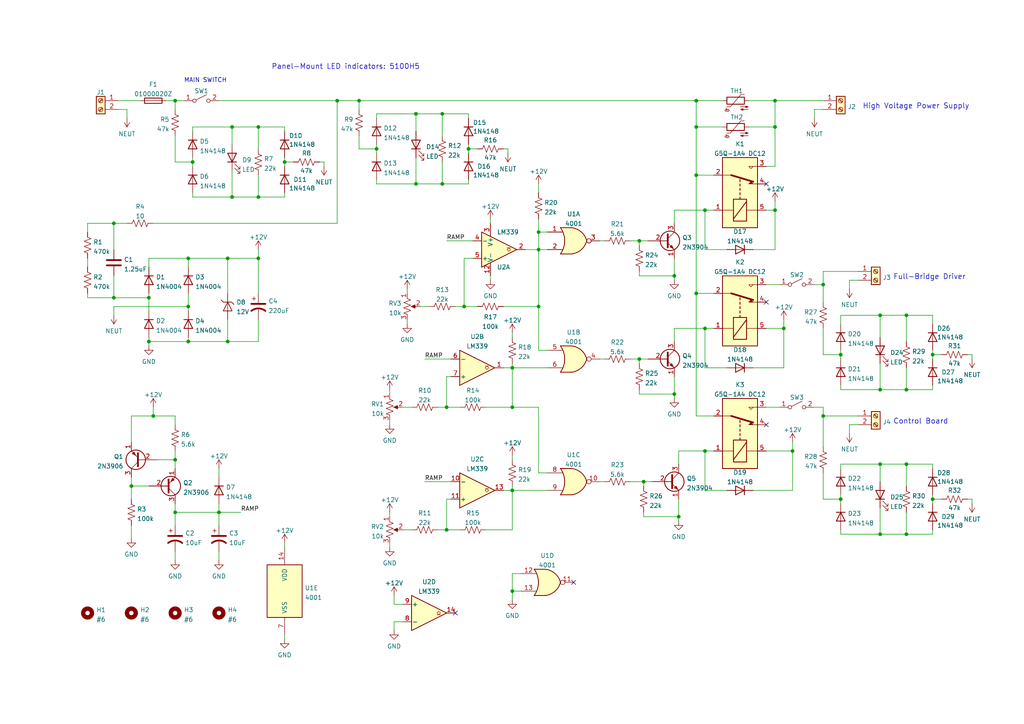
<source format=kicad_sch>
(kicad_sch (version 20211123) (generator eeschema)
  (paper "A4")
  (junction (at 129.54 153.67))
  (junction (at 43.18 86.36))
  (junction (at 148.59 171.45))
  (junction (at 262.89 154.94))
  (junction (at 204.47 95.25))
  (junction (at 262.89 113.03))
  (junction (at 238.76 120.65))
  (junction (at 97.79 29.21))
  (junction (at 67.31 36.83))
  (junction (at 201.93 29.21))
  (junction (at 262.89 134.62))
  (junction (at 195.58 114.3))
  (junction (at 54.61 99.06))
  (junction (at 195.58 80.01))
  (junction (at 148.59 106.68))
  (junction (at 44.45 120.65))
  (junction (at 185.42 69.85))
  (junction (at 196.85 149.86))
  (junction (at 224.79 29.21))
  (junction (at 38.1 140.97))
  (junction (at 238.76 82.55))
  (junction (at 201.93 50.8))
  (junction (at 55.88 46.99))
  (junction (at 255.27 134.62))
  (junction (at 74.93 36.83))
  (junction (at 243.84 102.87))
  (junction (at 54.61 74.93))
  (junction (at 43.18 99.06))
  (junction (at 129.54 118.11))
  (junction (at 156.21 67.31))
  (junction (at 224.79 36.83))
  (junction (at 50.8 29.21))
  (junction (at 120.65 53.34))
  (junction (at 270.51 144.78))
  (junction (at 128.27 53.34))
  (junction (at 66.04 99.06))
  (junction (at 63.5 148.59))
  (junction (at 186.69 139.7))
  (junction (at 185.42 104.14))
  (junction (at 74.93 57.15))
  (junction (at 204.47 60.96))
  (junction (at 255.27 154.94))
  (junction (at 156.21 72.39))
  (junction (at 104.14 29.21))
  (junction (at 255.27 113.03))
  (junction (at 204.47 130.81))
  (junction (at 33.02 64.77))
  (junction (at 33.02 86.36))
  (junction (at 67.31 57.15))
  (junction (at 82.55 46.99))
  (junction (at 148.59 142.24))
  (junction (at 224.79 60.96))
  (junction (at 50.8 133.35))
  (junction (at 148.59 118.11))
  (junction (at 227.33 95.25))
  (junction (at 270.51 102.87))
  (junction (at 135.89 43.18))
  (junction (at 255.27 91.44))
  (junction (at 156.21 88.9))
  (junction (at 243.84 144.78))
  (junction (at 50.8 148.59))
  (junction (at 229.87 130.81))
  (junction (at 120.65 33.02))
  (junction (at 74.93 74.93))
  (junction (at 201.93 85.09))
  (junction (at 201.93 36.83))
  (junction (at 54.61 88.9))
  (junction (at 134.62 88.9))
  (junction (at 128.27 33.02))
  (junction (at 66.04 74.93))
  (junction (at 109.22 43.18))
  (junction (at 262.89 91.44))
  (no_connect (at 222.25 123.19))
  (no_connect (at 222.25 53.34))
  (no_connect (at 222.25 87.63))
  (no_connect (at 132.08 177.8))
  (no_connect (at 166.37 168.91))
  (wire (pts (xy 207.01 85.09) (xy 201.93 85.09)))
  (wire (pts (xy 201.93 120.65) (xy 201.93 85.09)))
  (wire (pts (xy 270.51 102.87) (xy 273.05 102.87)))
  (wire (pts (xy 25.4 67.31) (xy 25.4 64.77)))
  (wire (pts (xy 50.8 133.35) (xy 50.8 135.89)))
  (wire (pts (xy 25.4 86.36) (xy 33.02 86.36)))
  (wire (pts (xy 120.65 53.34) (xy 120.65 45.72)))
  (wire (pts (xy 156.21 88.9) (xy 156.21 72.39)))
  (wire (pts (xy 43.18 97.79) (xy 43.18 99.06)))
  (wire (pts (xy 236.22 34.29) (xy 236.22 31.75)))
  (wire (pts (xy 158.75 67.31) (xy 156.21 67.31)))
  (wire (pts (xy 243.84 154.94) (xy 255.27 154.94)))
  (wire (pts (xy 224.79 58.42) (xy 224.79 60.96)))
  (wire (pts (xy 204.47 95.25) (xy 207.01 95.25)))
  (wire (pts (xy 270.51 102.87) (xy 270.51 104.14)))
  (wire (pts (xy 270.51 111.76) (xy 270.51 113.03)))
  (wire (pts (xy 116.84 180.34) (xy 114.3 180.34)))
  (wire (pts (xy 156.21 137.16) (xy 158.75 137.16)))
  (wire (pts (xy 120.65 53.34) (xy 128.27 53.34)))
  (wire (pts (xy 109.22 52.07) (xy 109.22 53.34)))
  (wire (pts (xy 148.59 166.37) (xy 148.59 171.45)))
  (wire (pts (xy 55.88 55.88) (xy 55.88 57.15)))
  (wire (pts (xy 156.21 72.39) (xy 158.75 72.39)))
  (wire (pts (xy 120.65 33.02) (xy 128.27 33.02)))
  (wire (pts (xy 67.31 36.83) (xy 67.31 41.91)))
  (wire (pts (xy 209.55 29.21) (xy 201.93 29.21)))
  (wire (pts (xy 63.5 148.59) (xy 69.85 148.59)))
  (wire (pts (xy 116.84 153.67) (xy 119.38 153.67)))
  (wire (pts (xy 128.27 33.02) (xy 135.89 33.02)))
  (wire (pts (xy 54.61 88.9) (xy 33.02 88.9)))
  (wire (pts (xy 128.27 53.34) (xy 135.89 53.34)))
  (wire (pts (xy 43.18 99.06) (xy 43.18 100.33)))
  (wire (pts (xy 243.84 134.62) (xy 255.27 134.62)))
  (wire (pts (xy 196.85 151.13) (xy 196.85 149.86)))
  (wire (pts (xy 238.76 78.74) (xy 248.92 78.74)))
  (wire (pts (xy 156.21 118.11) (xy 156.21 137.16)))
  (wire (pts (xy 243.84 111.76) (xy 243.84 113.03)))
  (wire (pts (xy 74.93 57.15) (xy 82.55 57.15)))
  (wire (pts (xy 175.26 69.85) (xy 173.99 69.85)))
  (wire (pts (xy 43.18 86.36) (xy 43.18 85.09)))
  (wire (pts (xy 262.89 148.59) (xy 262.89 154.94)))
  (wire (pts (xy 262.89 99.06) (xy 262.89 91.44)))
  (wire (pts (xy 255.27 134.62) (xy 262.89 134.62)))
  (wire (pts (xy 67.31 36.83) (xy 74.93 36.83)))
  (wire (pts (xy 33.02 86.36) (xy 33.02 80.01)))
  (wire (pts (xy 185.42 69.85) (xy 187.96 69.85)))
  (wire (pts (xy 185.42 78.74) (xy 185.42 80.01)))
  (wire (pts (xy 63.5 148.59) (xy 63.5 146.05)))
  (wire (pts (xy 66.04 92.71) (xy 66.04 99.06)))
  (wire (pts (xy 185.42 69.85) (xy 185.42 71.12)))
  (wire (pts (xy 210.82 72.39) (xy 204.47 72.39)))
  (wire (pts (xy 270.51 144.78) (xy 273.05 144.78)))
  (wire (pts (xy 222.25 130.81) (xy 229.87 130.81)))
  (wire (pts (xy 270.51 144.78) (xy 270.51 146.05)))
  (wire (pts (xy 186.69 139.7) (xy 186.69 140.97)))
  (wire (pts (xy 148.59 153.67) (xy 148.59 142.24)))
  (wire (pts (xy 44.45 118.11) (xy 44.45 120.65)))
  (wire (pts (xy 67.31 57.15) (xy 74.93 57.15)))
  (wire (pts (xy 123.19 104.14) (xy 130.81 104.14)))
  (wire (pts (xy 229.87 130.81) (xy 229.87 142.24)))
  (wire (pts (xy 243.84 102.87) (xy 243.84 104.14)))
  (wire (pts (xy 50.8 148.59) (xy 63.5 148.59)))
  (wire (pts (xy 148.59 171.45) (xy 148.59 173.99)))
  (wire (pts (xy 63.5 148.59) (xy 63.5 152.4)))
  (wire (pts (xy 218.44 142.24) (xy 229.87 142.24)))
  (wire (pts (xy 270.51 134.62) (xy 270.51 135.89)))
  (wire (pts (xy 82.55 46.99) (xy 85.09 46.99)))
  (wire (pts (xy 67.31 57.15) (xy 67.31 49.53)))
  (wire (pts (xy 148.59 132.08) (xy 148.59 133.35)))
  (wire (pts (xy 204.47 130.81) (xy 207.01 130.81)))
  (wire (pts (xy 186.69 148.59) (xy 186.69 149.86)))
  (wire (pts (xy 210.82 106.68) (xy 204.47 106.68)))
  (wire (pts (xy 25.4 64.77) (xy 33.02 64.77)))
  (wire (pts (xy 66.04 85.09) (xy 66.04 74.93)))
  (wire (pts (xy 270.51 143.51) (xy 270.51 144.78)))
  (wire (pts (xy 222.25 95.25) (xy 227.33 95.25)))
  (wire (pts (xy 201.93 36.83) (xy 201.93 29.21)))
  (wire (pts (xy 204.47 72.39) (xy 204.47 60.96)))
  (wire (pts (xy 148.59 96.52) (xy 148.59 97.79)))
  (wire (pts (xy 255.27 113.03) (xy 262.89 113.03)))
  (wire (pts (xy 25.4 85.09) (xy 25.4 86.36)))
  (wire (pts (xy 33.02 88.9) (xy 33.02 91.44)))
  (wire (pts (xy 135.89 43.18) (xy 135.89 44.45)))
  (wire (pts (xy 104.14 29.21) (xy 201.93 29.21)))
  (wire (pts (xy 128.27 39.37) (xy 128.27 33.02)))
  (wire (pts (xy 246.38 123.19) (xy 248.92 123.19)))
  (wire (pts (xy 135.89 43.18) (xy 138.43 43.18)))
  (wire (pts (xy 262.89 140.97) (xy 262.89 134.62)))
  (wire (pts (xy 262.89 154.94) (xy 270.51 154.94)))
  (wire (pts (xy 135.89 33.02) (xy 135.89 34.29)))
  (wire (pts (xy 210.82 142.24) (xy 204.47 142.24)))
  (wire (pts (xy 246.38 125.73) (xy 246.38 123.19)))
  (wire (pts (xy 50.8 120.65) (xy 50.8 123.19)))
  (wire (pts (xy 243.84 143.51) (xy 243.84 144.78)))
  (wire (pts (xy 185.42 80.01) (xy 195.58 80.01)))
  (wire (pts (xy 25.4 74.93) (xy 25.4 77.47)))
  (wire (pts (xy 104.14 43.18) (xy 109.22 43.18)))
  (wire (pts (xy 135.89 41.91) (xy 135.89 43.18)))
  (wire (pts (xy 262.89 113.03) (xy 270.51 113.03)))
  (wire (pts (xy 224.79 29.21) (xy 217.17 29.21)))
  (wire (pts (xy 74.93 74.93) (xy 66.04 74.93)))
  (wire (pts (xy 238.76 102.87) (xy 243.84 102.87)))
  (wire (pts (xy 186.69 149.86) (xy 196.85 149.86)))
  (wire (pts (xy 74.93 85.09) (xy 74.93 74.93)))
  (wire (pts (xy 109.22 33.02) (xy 120.65 33.02)))
  (wire (pts (xy 262.89 91.44) (xy 270.51 91.44)))
  (wire (pts (xy 195.58 81.28) (xy 195.58 80.01)))
  (wire (pts (xy 243.84 91.44) (xy 255.27 91.44)))
  (wire (pts (xy 238.76 118.11) (xy 238.76 120.65)))
  (wire (pts (xy 129.54 118.11) (xy 133.35 118.11)))
  (wire (pts (xy 63.5 29.21) (xy 97.79 29.21)))
  (wire (pts (xy 243.84 101.6) (xy 243.84 102.87)))
  (wire (pts (xy 148.59 118.11) (xy 156.21 118.11)))
  (wire (pts (xy 148.59 106.68) (xy 148.59 105.41)))
  (wire (pts (xy 66.04 74.93) (xy 54.61 74.93)))
  (wire (pts (xy 195.58 115.57) (xy 195.58 114.3)))
  (wire (pts (xy 129.54 144.78) (xy 129.54 153.67)))
  (wire (pts (xy 54.61 88.9) (xy 54.61 90.17)))
  (wire (pts (xy 116.84 175.26) (xy 114.3 175.26)))
  (wire (pts (xy 151.13 166.37) (xy 148.59 166.37)))
  (wire (pts (xy 243.84 113.03) (xy 255.27 113.03)))
  (wire (pts (xy 140.97 153.67) (xy 148.59 153.67)))
  (wire (pts (xy 255.27 113.03) (xy 255.27 105.41)))
  (wire (pts (xy 238.76 120.65) (xy 238.76 129.54)))
  (wire (pts (xy 195.58 60.96) (xy 195.58 64.77)))
  (wire (pts (xy 50.8 29.21) (xy 50.8 31.75)))
  (wire (pts (xy 222.25 118.11) (xy 226.06 118.11)))
  (wire (pts (xy 224.79 36.83) (xy 224.79 29.21)))
  (wire (pts (xy 82.55 185.42) (xy 82.55 184.15)))
  (wire (pts (xy 134.62 88.9) (xy 138.43 88.9)))
  (wire (pts (xy 236.22 118.11) (xy 238.76 118.11)))
  (wire (pts (xy 120.65 33.02) (xy 120.65 38.1)))
  (wire (pts (xy 238.76 95.25) (xy 238.76 102.87)))
  (wire (pts (xy 146.05 88.9) (xy 156.21 88.9)))
  (wire (pts (xy 82.55 45.72) (xy 82.55 46.99)))
  (wire (pts (xy 204.47 60.96) (xy 195.58 60.96)))
  (wire (pts (xy 224.79 60.96) (xy 224.79 72.39)))
  (wire (pts (xy 148.59 142.24) (xy 148.59 140.97)))
  (wire (pts (xy 43.18 86.36) (xy 43.18 90.17)))
  (wire (pts (xy 54.61 99.06) (xy 43.18 99.06)))
  (wire (pts (xy 146.05 43.18) (xy 147.32 43.18)))
  (wire (pts (xy 129.54 109.22) (xy 129.54 118.11)))
  (wire (pts (xy 255.27 91.44) (xy 255.27 97.79)))
  (wire (pts (xy 204.47 95.25) (xy 195.58 95.25)))
  (wire (pts (xy 227.33 95.25) (xy 227.33 106.68)))
  (wire (pts (xy 140.97 118.11) (xy 148.59 118.11)))
  (wire (pts (xy 142.24 63.5) (xy 142.24 64.77)))
  (wire (pts (xy 148.59 171.45) (xy 151.13 171.45)))
  (wire (pts (xy 129.54 153.67) (xy 127 153.67)))
  (wire (pts (xy 246.38 81.28) (xy 248.92 81.28)))
  (wire (pts (xy 74.93 43.18) (xy 74.93 36.83)))
  (wire (pts (xy 82.55 46.99) (xy 82.55 48.26)))
  (wire (pts (xy 280.67 102.87) (xy 281.94 102.87)))
  (wire (pts (xy 156.21 63.5) (xy 156.21 67.31)))
  (wire (pts (xy 270.51 91.44) (xy 270.51 93.98)))
  (wire (pts (xy 262.89 134.62) (xy 270.51 134.62)))
  (wire (pts (xy 236.22 82.55) (xy 238.76 82.55)))
  (wire (pts (xy 270.51 101.6) (xy 270.51 102.87)))
  (wire (pts (xy 229.87 128.27) (xy 229.87 130.81)))
  (wire (pts (xy 63.5 160.02) (xy 63.5 162.56)))
  (wire (pts (xy 201.93 50.8) (xy 201.93 85.09)))
  (wire (pts (xy 128.27 46.99) (xy 128.27 53.34)))
  (wire (pts (xy 63.5 135.89) (xy 63.5 138.43)))
  (wire (pts (xy 222.25 48.26) (xy 224.79 48.26)))
  (wire (pts (xy 196.85 149.86) (xy 196.85 144.78)))
  (wire (pts (xy 227.33 92.71) (xy 227.33 95.25)))
  (wire (pts (xy 109.22 41.91) (xy 109.22 43.18)))
  (wire (pts (xy 147.32 43.18) (xy 147.32 44.45)))
  (wire (pts (xy 195.58 80.01) (xy 195.58 74.93)))
  (wire (pts (xy 118.11 93.98) (xy 118.11 92.71)))
  (wire (pts (xy 137.16 74.93) (xy 134.62 74.93)))
  (wire (pts (xy 246.38 83.82) (xy 246.38 81.28)))
  (wire (pts (xy 34.29 31.75) (xy 36.83 31.75)))
  (wire (pts (xy 38.1 140.97) (xy 43.18 140.97)))
  (wire (pts (xy 44.45 120.65) (xy 50.8 120.65)))
  (wire (pts (xy 43.18 74.93) (xy 54.61 74.93)))
  (wire (pts (xy 195.58 95.25) (xy 195.58 99.06)))
  (wire (pts (xy 195.58 114.3) (xy 195.58 109.22)))
  (wire (pts (xy 196.85 130.81) (xy 196.85 134.62)))
  (wire (pts (xy 224.79 29.21) (xy 238.76 29.21)))
  (wire (pts (xy 255.27 154.94) (xy 262.89 154.94)))
  (wire (pts (xy 130.81 144.78) (xy 129.54 144.78)))
  (wire (pts (xy 204.47 106.68) (xy 204.47 95.25)))
  (wire (pts (xy 50.8 29.21) (xy 53.34 29.21)))
  (wire (pts (xy 243.84 153.67) (xy 243.84 154.94)))
  (wire (pts (xy 236.22 31.75) (xy 238.76 31.75)))
  (wire (pts (xy 158.75 101.6) (xy 156.21 101.6)))
  (wire (pts (xy 255.27 134.62) (xy 255.27 139.7)))
  (wire (pts (xy 55.88 38.1) (xy 55.88 36.83)))
  (wire (pts (xy 54.61 74.93) (xy 54.61 77.47)))
  (wire (pts (xy 38.1 120.65) (xy 38.1 128.27)))
  (wire (pts (xy 156.21 101.6) (xy 156.21 88.9)))
  (wire (pts (xy 243.84 135.89) (xy 243.84 134.62)))
  (wire (pts (xy 109.22 34.29) (xy 109.22 33.02)))
  (wire (pts (xy 270.51 153.67) (xy 270.51 154.94)))
  (wire (pts (xy 38.1 138.43) (xy 38.1 140.97)))
  (wire (pts (xy 109.22 43.18) (xy 109.22 44.45)))
  (wire (pts (xy 97.79 64.77) (xy 97.79 29.21)))
  (wire (pts (xy 74.93 72.39) (xy 74.93 74.93)))
  (wire (pts (xy 218.44 106.68) (xy 227.33 106.68)))
  (wire (pts (xy 97.79 29.21) (xy 104.14 29.21)))
  (wire (pts (xy 243.84 93.98) (xy 243.84 91.44)))
  (wire (pts (xy 118.11 83.82) (xy 118.11 85.09)))
  (wire (pts (xy 93.98 46.99) (xy 93.98 48.26)))
  (wire (pts (xy 82.55 157.48) (xy 82.55 158.75)))
  (wire (pts (xy 280.67 144.78) (xy 281.94 144.78)))
  (wire (pts (xy 238.76 82.55) (xy 238.76 87.63)))
  (wire (pts (xy 66.04 99.06) (xy 74.93 99.06)))
  (wire (pts (xy 104.14 39.37) (xy 104.14 43.18)))
  (wire (pts (xy 55.88 46.99) (xy 55.88 48.26)))
  (wire (pts (xy 50.8 160.02) (xy 50.8 162.56)))
  (wire (pts (xy 132.08 88.9) (xy 134.62 88.9)))
  (wire (pts (xy 113.03 148.59) (xy 113.03 149.86)))
  (wire (pts (xy 238.76 144.78) (xy 243.84 144.78)))
  (wire (pts (xy 255.27 91.44) (xy 262.89 91.44)))
  (wire (pts (xy 50.8 146.05) (xy 50.8 148.59)))
  (wire (pts (xy 33.02 64.77) (xy 33.02 72.39)))
  (wire (pts (xy 92.71 46.99) (xy 93.98 46.99)))
  (wire (pts (xy 243.84 144.78) (xy 243.84 146.05)))
  (wire (pts (xy 238.76 78.74) (xy 238.76 82.55)))
  (wire (pts (xy 50.8 46.99) (xy 55.88 46.99)))
  (wire (pts (xy 152.4 72.39) (xy 156.21 72.39)))
  (wire (pts (xy 201.93 36.83) (xy 201.93 50.8)))
  (wire (pts (xy 45.72 133.35) (xy 50.8 133.35)))
  (wire (pts (xy 142.24 80.01) (xy 142.24 81.28)))
  (wire (pts (xy 262.89 106.68) (xy 262.89 113.03)))
  (wire (pts (xy 43.18 77.47) (xy 43.18 74.93)))
  (wire (pts (xy 182.88 69.85) (xy 185.42 69.85)))
  (wire (pts (xy 185.42 113.03) (xy 185.42 114.3)))
  (wire (pts (xy 148.59 142.24) (xy 158.75 142.24)))
  (wire (pts (xy 146.05 106.68) (xy 148.59 106.68)))
  (wire (pts (xy 281.94 102.87) (xy 281.94 104.14)))
  (wire (pts (xy 185.42 114.3) (xy 195.58 114.3)))
  (wire (pts (xy 175.26 104.14) (xy 173.99 104.14)))
  (wire (pts (xy 55.88 45.72) (xy 55.88 46.99)))
  (wire (pts (xy 104.14 29.21) (xy 104.14 31.75)))
  (wire (pts (xy 238.76 120.65) (xy 248.92 120.65)))
  (wire (pts (xy 185.42 104.14) (xy 185.42 105.41)))
  (wire (pts (xy 113.03 123.19) (xy 113.03 121.92)))
  (wire (pts (xy 55.88 36.83) (xy 67.31 36.83)))
  (wire (pts (xy 129.54 69.85) (xy 137.16 69.85)))
  (wire (pts (xy 74.93 36.83) (xy 82.55 36.83)))
  (wire (pts (xy 74.93 50.8) (xy 74.93 57.15)))
  (wire (pts (xy 109.22 53.34) (xy 120.65 53.34)))
  (wire (pts (xy 207.01 50.8) (xy 201.93 50.8)))
  (wire (pts (xy 217.17 36.83) (xy 224.79 36.83)))
  (wire (pts (xy 74.93 92.71) (xy 74.93 99.06)))
  (wire (pts (xy 113.03 113.03) (xy 113.03 114.3)))
  (wire (pts (xy 82.55 36.83) (xy 82.55 38.1)))
  (wire (pts (xy 186.69 139.7) (xy 189.23 139.7)))
  (wire (pts (xy 207.01 120.65) (xy 201.93 120.65)))
  (wire (pts (xy 50.8 130.81) (xy 50.8 133.35)))
  (wire (pts (xy 55.88 57.15) (xy 67.31 57.15)))
  (wire (pts (xy 129.54 153.67) (xy 133.35 153.67)))
  (wire (pts (xy 218.44 72.39) (xy 224.79 72.39)))
  (wire (pts (xy 148.59 106.68) (xy 158.75 106.68)))
  (wire (pts (xy 222.25 82.55) (xy 226.06 82.55)))
  (wire (pts (xy 38.1 152.4) (xy 38.1 156.21)))
  (wire (pts (xy 33.02 64.77) (xy 36.83 64.77)))
  (wire (pts (xy 175.26 139.7) (xy 173.99 139.7)))
  (wire (pts (xy 82.55 55.88) (xy 82.55 57.15)))
  (wire (pts (xy 38.1 140.97) (xy 38.1 144.78)))
  (wire (pts (xy 114.3 180.34) (xy 114.3 182.88)))
  (wire (pts (xy 33.02 86.36) (xy 43.18 86.36)))
  (wire (pts (xy 54.61 85.09) (xy 54.61 88.9)))
  (wire (pts (xy 182.88 104.14) (xy 185.42 104.14)))
  (wire (pts (xy 224.79 60.96) (xy 222.25 60.96)))
  (wire (pts (xy 148.59 118.11) (xy 148.59 106.68)))
  (wire (pts (xy 54.61 97.79) (xy 54.61 99.06)))
  (wire (pts (xy 121.92 88.9) (xy 124.46 88.9)))
  (wire (pts (xy 182.88 139.7) (xy 186.69 139.7)))
  (wire (pts (xy 54.61 99.06) (xy 66.04 99.06)))
  (wire (pts (xy 114.3 172.72) (xy 114.3 175.26)))
  (wire (pts (xy 204.47 130.81) (xy 196.85 130.81)))
  (wire (pts (xy 255.27 154.94) (xy 255.27 147.32)))
  (wire (pts (xy 201.93 36.83) (xy 209.55 36.83)))
  (wire (pts (xy 38.1 120.65) (xy 44.45 120.65)))
  (wire (pts (xy 50.8 148.59) (xy 50.8 152.4)))
  (wire (pts (xy 113.03 158.75) (xy 113.03 157.48)))
  (wire (pts (xy 204.47 60.96) (xy 207.01 60.96)))
  (wire (pts (xy 224.79 48.26) (xy 224.79 36.83)))
  (wire (pts (xy 281.94 144.78) (xy 281.94 146.05)))
  (wire (pts (xy 116.84 118.11) (xy 119.38 118.11)))
  (wire (pts (xy 146.05 142.24) (xy 148.59 142.24)))
  (wire (pts (xy 129.54 118.11) (xy 127 118.11)))
  (wire (pts (xy 156.21 53.34) (xy 156.21 55.88)))
  (wire (pts (xy 204.47 142.24) (xy 204.47 130.81)))
  (wire (pts (xy 48.26 29.21) (xy 50.8 29.21)))
  (wire (pts (xy 50.8 39.37) (xy 50.8 46.99)))
  (wire (pts (xy 130.81 109.22) (xy 129.54 109.22)))
  (wire (pts (xy 134.62 74.93) (xy 134.62 88.9)))
  (wire (pts (xy 185.42 104.14) (xy 187.96 104.14)))
  (wire (pts (xy 123.19 139.7) (xy 130.81 139.7)))
  (wire (pts (xy 135.89 52.07) (xy 135.89 53.34)))
  (wire (pts (xy 36.83 31.75) (xy 36.83 34.29)))
  (wire (pts (xy 238.76 137.16) (xy 238.76 144.78)))
  (wire (pts (xy 34.29 29.21) (xy 40.64 29.21)))
  (wire (pts (xy 44.45 64.77) (xy 97.79 64.77)))
  (wire (pts (xy 156.21 67.31) (xy 156.21 72.39)))
  (text "Panel-Mount LED indicators: 5100H5" (at 78.74 20.32 0) (effects (font (size 1.5 1.5)) (justify left bottom)))
  (text "High Voltage Power Supply" (at 250.19 31.75 0) (effects (font (size 1.5 1.5)) (justify left bottom)))
  (text "Full-Bridge Driver" (at 259.08 81.28 0) (effects (font (size 1.5 1.5)) (justify left bottom)))
  (text "MAIN SWITCH" (at 53.34 24.13 0) (effects (font (size 1.27 1.27)) (justify left bottom)))
  (text "Control Board" (at 259.08 123.19 0) (effects (font (size 1.5 1.5)) (justify left bottom)))
  (label "RAMP" (at 69.85 148.59 0))
  (label "RAMP" (at 129.54 69.85 0))
  (label "RAMP" (at 123.19 139.7 0))
  (label "RAMP" (at 123.19 104.14 0))
  (symbol (lib_id "power:+12V") (at 148.59 132.08 0) (unit 1)
    (property "Reference" "#PWR025" (effects hide))
    (property "Value" "+12V" (at 148.59 128.4755 0))
  )
  (symbol (lib_id "4xxx:4001") (at 166.37 104.14 0) (unit 2)
    (property "Reference" "U1" (at 166.37 96.3635 0))
    (property "Value" "4001" (at 166.37 99.1386 0))
    (property "Footprint" "Package_DIP:DIP-14_W7.62mm" (effects hide))
    (property "Datasheet" "http://www.intersil.com/content/dam/Intersil/documents/cd40/cd4000bms-01bms-02bms-25bms.pdf" (effects hide))
  )
  (symbol (lib_id "Mechanical:MountingHole") (at 50.8 177.8 0) (unit 1)
    (property "Reference" "H3" (at 53.34 176.8915 0) (effects (justify left)))
    (property "Value" "#6" (at 53.34 179.6666 0) (effects (justify left)))
    (property "Footprint" "MountingHole:MountingHole_3.7mm_Pad" (effects hide))
  )
  (symbol (lib_id "power:NEUT") (at 281.94 146.05 180) (unit 1)
    (property "Reference" "#PWR038" (effects hide))
    (property "Value" "NEUT" (at 281.94 150.6125 0))
  )
  (symbol (lib_id "power:+12V") (at 224.79 58.42 0) (unit 1)
    (property "Reference" "#PWR031" (effects hide))
    (property "Value" "+12V" (at 224.79 54.8155 0))
  )
  (symbol (lib_id "power:GND") (at 82.55 185.42 0) (unit 1)
    (property "Reference" "#PWR011" (effects hide))
    (property "Value" "GND" (at 82.55 189.9825 0))
  )
  (symbol (lib_id "Switch:SW_SPST") (at 58.42 29.21 0) (unit 1)
    (property "Reference" "SW1" (at 58.42 26.3675 0))
    (property "Value" "SW_SPST" (effects hide))
    (property "Footprint" "Connector_Phoenix_GMSTB:PhoenixContact_GMSTBVA_2,5_2-G-7,62_1x02_P7.62mm_Vertical" (effects hide))
  )
  (symbol (lib_id "Device:Thermistor_NTC") (at 213.36 36.83 90) (unit 1)
    (property "Reference" "TH2" (at 213.6775 33.9875 90))
    (property "Value" "B57238S0220M051" (effects hide))
    (property "Footprint" "Varistor:RV_Disc_D15.5mm_W5.9mm_P7.5mm" (effects hide))
    (property "MFG_PN" "B57238S0220M051" (effects hide))
  )
  (symbol (lib_id "Device:R_US") (at 142.24 88.9 90) (unit 1)
    (property "Reference" "R17" (at 142.24 91.9385 90))
    (property "Value" "100k" (at 142.24 94.7136 90))
    (property "Footprint" "Resistor_THT:R_Axial_DIN0207_L6.3mm_D2.5mm_P10.16mm_Horizontal" (effects hide))
  )
  (symbol (lib_id "power:+12V") (at 113.03 148.59 0) (unit 1)
    (property "Reference" "#PWR015" (effects hide))
    (property "Value" "+12V" (at 113.03 144.9855 0))
  )
  (symbol (lib_id "Relay:G5Q-1") (at 214.63 90.17 270) (mirror x) (unit 1)
    (property "Reference" "K2" (at 214.63 76.0435 90))
    (property "Value" "G5Q-1A4 DC12" (at 214.63 78.8186 90))
    (property "Footprint" "Relay_THT:Relay_SPDT_Omron-G5Q-1" (effects hide))
    (property "Datasheet" "https://www.omron.com/ecb/products/pdf/en-g5q.pdf" (effects hide))
    (property "MFG_PN" "G5Q-1A4 DC12" (effects hide))
  )
  (symbol (lib_id "power:GND") (at 118.11 93.98 0) (unit 1)
    (property "Reference" "#PWR020" (effects hide))
    (property "Value" "GND" (at 118.11 98.5425 0))
  )
  (symbol (lib_id "power:+12V") (at 82.55 157.48 0) (unit 1)
    (property "Reference" "#PWR010" (effects hide))
    (property "Value" "+12V" (at 82.55 153.8755 0))
  )
  (symbol (lib_id "Device:R_US") (at 262.89 102.87 180) (unit 1)
    (property "Reference" "R29" (at 264.541 101.9615 0) (effects (justify right)))
    (property "Value" "22k" (at 264.541 104.7366 0) (effects (justify right)))
    (property "Footprint" "Resistor_THT:R_Axial_DIN0207_L6.3mm_D2.5mm_P10.16mm_Horizontal" (effects hide))
  )
  (symbol (lib_id "Connector:Screw_Terminal_01x02") (at 254 78.74 0) (unit 1)
    (property "Reference" "J3" (at 256.032 80.489 0) (effects (justify left)))
    (property "Value" "Screw_Terminal_01x02" (effects hide))
    (property "Footprint" "Connector_Phoenix_GMSTB:PhoenixContact_GMSTBVA_2,5_2-G-7,62_1x02_P7.62mm_Vertical" (effects hide))
  )
  (symbol (lib_id "Diode:1N4148") (at 214.63 72.39 180) (unit 1)
    (property "Reference" "D17" (at 214.63 67.1535 0))
    (property "Value" "1N4148" (at 214.63 69.9286 0))
    (property "Footprint" "Diode_THT:D_DO-35_SOD27_P7.62mm_Horizontal" (effects hide))
    (property "Datasheet" "https://assets.nexperia.com/documents/data-sheet/1N4148_1N4448.pdf" (effects hide))
  )
  (symbol (lib_id "Device:R_US") (at 25.4 71.12 0) (unit 1)
    (property "Reference" "R1" (at 27.051 70.2115 0) (effects (justify left)))
    (property "Value" "470k" (at 27.051 72.9866 0) (effects (justify left)))
    (property "Footprint" "Resistor_THT:R_Axial_DIN0207_L6.3mm_D2.5mm_P10.16mm_Horizontal" (effects hide))
  )
  (symbol (lib_id "Comparator:LM339") (at 138.43 106.68 0) (mirror x) (unit 2)
    (property "Reference" "U2" (at 138.43 97.6335 0))
    (property "Value" "LM339" (at 138.43 100.4086 0))
    (property "Footprint" "Package_DIP:DIP-14_W7.62mm" (effects hide))
    (property "Datasheet" "https://www.st.com/resource/en/datasheet/lm139.pdf" (effects hide))
  )
  (symbol (lib_id "Mechanical:MountingHole") (at 38.1 177.8 0) (unit 1)
    (property "Reference" "H2" (at 40.64 176.8915 0) (effects (justify left)))
    (property "Value" "#6" (at 40.64 179.6666 0) (effects (justify left)))
    (property "Footprint" "MountingHole:MountingHole_3.7mm_Pad" (effects hide))
  )
  (symbol (lib_id "power:NEUT") (at 33.02 91.44 180) (unit 1)
    (property "Reference" "#PWR01" (effects hide))
    (property "Value" "NEUT" (at 33.02 96.0025 0))
  )
  (symbol (lib_id "Connector:Screw_Terminal_01x02") (at 254 120.65 0) (unit 1)
    (property "Reference" "J4" (at 256.032 122.399 0) (effects (justify left)))
    (property "Value" "Screw_Terminal_01x02" (effects hide))
    (property "Footprint" "Connector_Phoenix_GMSTB:PhoenixContact_GMSTBVA_2,5_2-G-7,62_1x02_P7.62mm_Vertical" (effects hide))
  )
  (symbol (lib_id "4xxx:4001") (at 158.75 168.91 0) (unit 4)
    (property "Reference" "U1" (at 158.75 161.1335 0))
    (property "Value" "4001" (at 158.75 163.9086 0))
    (property "Footprint" "Package_DIP:DIP-14_W7.62mm" (effects hide))
    (property "Datasheet" "http://www.intersil.com/content/dam/Intersil/documents/cd40/cd4000bms-01bms-02bms-25bms.pdf" (effects hide))
  )
  (symbol (lib_id "Device:R_US") (at 148.59 101.6 180) (unit 1)
    (property "Reference" "R18" (at 150.241 100.6915 0) (effects (justify right)))
    (property "Value" "22k" (at 150.241 103.4666 0) (effects (justify right)))
    (property "Footprint" "Resistor_THT:R_Axial_DIN0207_L6.3mm_D2.5mm_P2.54mm_Vertical" (effects hide))
  )
  (symbol (lib_id "Comparator:LM339") (at 138.43 142.24 0) (mirror x) (unit 3)
    (property "Reference" "U2" (at 138.43 133.1935 0))
    (property "Value" "LM339" (at 138.43 135.9686 0))
    (property "Footprint" "Package_DIP:DIP-14_W7.62mm" (effects hide))
    (property "Datasheet" "https://www.st.com/resource/en/datasheet/lm139.pdf" (effects hide))
  )
  (symbol (lib_id "power:GND") (at 113.03 123.19 0) (unit 1)
    (property "Reference" "#PWR014" (effects hide))
    (property "Value" "GND" (at 113.03 127.7525 0))
  )
  (symbol (lib_id "Comparator:LM339") (at 144.78 72.39 0) (unit 5)
    (property "Reference" "U2" (effects hide))
    (property "Value" "LM339" (effects hide))
    (property "Footprint" "Package_DIP:DIP-14_W7.62mm" (effects hide))
    (property "Datasheet" "https://www.st.com/resource/en/datasheet/lm139.pdf" (effects hide))
  )
  (symbol (lib_id "Device:R_US") (at 276.86 102.87 270) (unit 1)
    (property "Reference" "R31" (at 276.86 100.33 90))
    (property "Value" "47k" (at 276.86 105.41 90))
    (property "Footprint" "Resistor_THT:R_Axial_DIN0207_L6.3mm_D2.5mm_P10.16mm_Horizontal" (effects hide))
  )
  (symbol (lib_id "power:+12V") (at 156.21 53.34 0) (unit 1)
    (property "Reference" "#PWR027" (effects hide))
    (property "Value" "+12V" (at 156.21 49.7355 0))
  )
  (symbol (lib_id "Relay:G5Q-1") (at 214.63 55.88 270) (mirror x) (unit 1)
    (property "Reference" "K1" (at 214.63 41.7535 90))
    (property "Value" "G5Q-1A4 DC12" (at 214.63 44.5286 90))
    (property "Footprint" "Relay_THT:Relay_SPDT_Omron-G5Q-1" (effects hide))
    (property "Datasheet" "https://www.omron.com/ecb/products/pdf/en-g5q.pdf" (effects hide))
    (property "MFG_PN" "G5Q-1A4 DC12" (effects hide))
  )
  (symbol (lib_id "Diode:1N4004") (at 54.61 81.28 270) (unit 1)
    (property "Reference" "D3" (at 56.642 80.3715 90) (effects (justify left)))
    (property "Value" "1N4004" (at 56.642 83.1466 90) (effects (justify left)))
    (property "Footprint" "Diode_THT:D_DO-41_SOD81_P10.16mm_Horizontal" (effects hide))
    (property "Datasheet" "http://www.vishay.com/docs/88503/1n4001.pdf" (effects hide))
  )
  (symbol (lib_id "Device:R_US") (at 179.07 139.7 90) (unit 1)
    (property "Reference" "R23" (at 179.07 134.8445 90))
    (property "Value" "5.6k" (at 179.07 137.6196 90))
    (property "Footprint" "Resistor_THT:R_Axial_DIN0207_L6.3mm_D2.5mm_P10.16mm_Horizontal" (effects hide))
  )
  (symbol (lib_id "power:+12V") (at 113.03 113.03 0) (unit 1)
    (property "Reference" "#PWR013" (effects hide))
    (property "Value" "+12V" (at 113.03 109.4255 0))
  )
  (symbol (lib_id "Device:R_Potentiometer_US") (at 113.03 153.67 0) (unit 1)
    (property "Reference" "RV2" (at 111.3791 152.7615 0) (effects (justify right)))
    (property "Value" "10k" (at 111.3791 155.5366 0) (effects (justify right)))
    (property "Footprint" "Potentiometer_THT:Potentiometer_Bourns_3386P_Vertical" (effects hide))
  )
  (symbol (lib_id "Device:R_US") (at 128.27 43.18 180) (unit 1)
    (property "Reference" "R12" (at 129.921 42.2715 0) (effects (justify right)))
    (property "Value" "22k" (at 129.921 45.0466 0) (effects (justify right)))
    (property "Footprint" "Resistor_THT:R_Axial_DIN0207_L6.3mm_D2.5mm_P10.16mm_Horizontal" (effects hide))
  )
  (symbol (lib_id "Device:R_US") (at 50.8 35.56 0) (unit 1)
    (property "Reference" "R5" (at 49.1491 34.6515 0) (effects (justify right)))
    (property "Value" "47k" (at 49.1491 37.4266 0) (effects (justify right)))
    (property "Footprint" "Resistor_THT:R_Axial_DIN0207_L6.3mm_D2.5mm_P10.16mm_Horizontal" (effects hide))
  )
  (symbol (lib_id "power:GND") (at 43.18 100.33 0) (unit 1)
    (property "Reference" "#PWR04" (effects hide))
    (property "Value" "GND" (at 43.18 104.8925 0))
  )
  (symbol (lib_id "Diode:1N4148") (at 243.84 149.86 270) (unit 1)
    (property "Reference" "D23" (at 245.872 148.9515 90) (effects (justify left)))
    (property "Value" "1N4148" (at 245.872 151.7266 90) (effects (justify left)))
    (property "Footprint" "Diode_THT:D_DO-35_SOD27_P7.62mm_Horizontal" (effects hide))
    (property "Datasheet" "https://assets.nexperia.com/documents/data-sheet/1N4148_1N4448.pdf" (effects hide))
  )
  (symbol (lib_id "Comparator:LM339") (at 124.46 177.8 0) (unit 4)
    (property "Reference" "U2" (at 124.46 168.7535 0))
    (property "Value" "LM339" (at 124.46 171.5286 0))
    (property "Footprint" "Package_DIP:DIP-14_W7.62mm" (effects hide))
    (property "Datasheet" "https://www.st.com/resource/en/datasheet/lm139.pdf" (effects hide))
  )
  (symbol (lib_id "Device:C") (at 33.02 76.2 0) (unit 1)
    (property "Reference" "C1" (at 35.941 75.2915 0) (effects (justify left)))
    (property "Value" "1.25uF" (at 35.941 78.0666 0) (effects (justify left)))
    (property "Footprint" "Capacitor_THT:C_Rect_L24.0mm_W8.3mm_P22.50mm_MKT" (effects hide))
  )
  (symbol (lib_id "Transistor_BJT:2N3904") (at 194.31 139.7 0) (unit 1)
    (property "Reference" "Q5" (at 199.1614 138.7915 0) (effects (justify left)))
    (property "Value" "2N3904" (at 199.1614 141.5666 0) (effects (justify left)))
    (property "Footprint" "Package_TO_SOT_THT:TO-92_Inline_Wide" (effects hide))
    (property "Datasheet" "https://www.onsemi.com/pub/Collateral/2N3903-D.PDF" (effects hide))
  )
  (symbol (lib_id "Device:R_US") (at 186.69 144.78 180) (unit 1)
    (property "Reference" "R26" (at 188.341 143.8715 0) (effects (justify right)))
    (property "Value" "22k" (at 188.341 146.6466 0) (effects (justify right)))
    (property "Footprint" "Resistor_THT:R_Axial_DIN0207_L6.3mm_D2.5mm_P10.16mm_Horizontal" (effects hide))
  )
  (symbol (lib_id "Device:R_US") (at 123.19 153.67 90) (unit 1)
    (property "Reference" "R11" (at 123.19 148.8145 90))
    (property "Value" "22k" (at 123.19 151.5896 90))
    (property "Footprint" "Resistor_THT:R_Axial_DIN0207_L6.3mm_D2.5mm_P10.16mm_Horizontal" (effects hide))
  )
  (symbol (lib_id "Device:Thermistor_NTC") (at 213.36 29.21 90) (unit 1)
    (property "Reference" "TH1" (at 213.6775 26.3675 90))
    (property "Value" "B57238S0220M051" (effects hide))
    (property "Footprint" "Varistor:RV_Disc_D15.5mm_W5.9mm_P7.5mm" (effects hide))
    (property "MFG_PN" "B57238S0220M051" (effects hide))
  )
  (symbol (lib_id "power:GND") (at 114.3 182.88 0) (unit 1)
    (property "Reference" "#PWR018" (effects hide))
    (property "Value" "GND" (at 114.3 187.4425 0))
  )
  (symbol (lib_id "power:NEUT") (at 36.83 34.29 180) (unit 1)
    (property "Reference" "#PWR02" (effects hide))
    (property "Value" "NEUT" (at 36.83 38.8525 0))
  )
  (symbol (lib_id "Device:R_US") (at 123.19 118.11 90) (unit 1)
    (property "Reference" "R10" (at 123.19 113.2545 90))
    (property "Value" "22k" (at 123.19 116.0296 90))
    (property "Footprint" "Resistor_THT:R_Axial_DIN0207_L6.3mm_D2.5mm_P10.16mm_Horizontal" (effects hide))
  )
  (symbol (lib_id "power:GND") (at 196.85 151.13 0) (unit 1)
    (property "Reference" "#PWR030" (effects hide))
    (property "Value" "GND" (at 196.85 155.6925 0))
  )
  (symbol (lib_id "Diode:1N4148") (at 270.51 149.86 270) (unit 1)
    (property "Reference" "D29" (at 273.05 149.86 90) (effects (justify left)))
    (property "Value" "1N4148" (at 271.78 152.4 90) (effects (justify left)))
    (property "Footprint" "Diode_THT:D_DO-35_SOD27_P7.62mm_Horizontal" (effects hide))
    (property "Datasheet" "https://assets.nexperia.com/documents/data-sheet/1N4148_1N4448.pdf" (effects hide))
  )
  (symbol (lib_id "Device:R_US") (at 185.42 109.22 180) (unit 1)
    (property "Reference" "R25" (at 187.071 108.3115 0) (effects (justify right)))
    (property "Value" "22k" (at 187.071 111.0866 0) (effects (justify right)))
    (property "Footprint" "Resistor_THT:R_Axial_DIN0207_L6.3mm_D2.5mm_P2.54mm_Vertical" (effects hide))
  )
  (symbol (lib_id "Diode:1N4148") (at 214.63 142.24 180) (unit 1)
    (property "Reference" "D19" (at 214.63 137.0035 0))
    (property "Value" "1N4148" (at 214.63 139.7786 0))
    (property "Footprint" "Diode_THT:D_DO-35_SOD27_P7.62mm_Horizontal" (effects hide))
    (property "Datasheet" "https://assets.nexperia.com/documents/data-sheet/1N4148_1N4448.pdf" (effects hide))
  )
  (symbol (lib_id "Diode:1N4148") (at 243.84 107.95 270) (unit 1)
    (property "Reference" "D21" (at 245.872 107.0415 90) (effects (justify left)))
    (property "Value" "1N4148" (at 245.872 109.8166 90) (effects (justify left)))
    (property "Footprint" "Diode_THT:D_DO-35_SOD27_P7.62mm_Horizontal" (effects hide))
    (property "Datasheet" "https://assets.nexperia.com/documents/data-sheet/1N4148_1N4448.pdf" (effects hide))
  )
  (symbol (lib_id "Device:LED") (at 255.27 143.51 90) (unit 1)
    (property "Reference" "D25" (at 258.191 144.189 90) (effects (justify right)))
    (property "Value" "LED" (at 258.191 146.9641 90) (effects (justify right)))
    (property "Footprint" "Connector_JST:JST_XH_B2B-XH-A_1x02_P2.50mm_Vertical" (effects hide))
    (property "MFG_PN" "B2B-XH-A(LF)(SN)" (effects hide))
  )
  (symbol (lib_id "Device:R_US") (at 38.1 148.59 0) (unit 1)
    (property "Reference" "R3" (at 39.751 147.6815 0) (effects (justify left)))
    (property "Value" "100k" (at 39.751 150.4566 0) (effects (justify left)))
    (property "Footprint" "Resistor_THT:R_Axial_DIN0207_L6.3mm_D2.5mm_P10.16mm_Horizontal" (effects hide))
  )
  (symbol (lib_id "power:GND") (at 38.1 156.21 0) (unit 1)
    (property "Reference" "#PWR03" (effects hide))
    (property "Value" "GND" (at 38.1 160.7725 0))
  )
  (symbol (lib_id "Diode:1N4148") (at 55.88 41.91 270) (unit 1)
    (property "Reference" "D5" (at 57.912 41.0015 90) (effects (justify left)))
    (property "Value" "1N4148" (at 57.912 43.7766 90) (effects (justify left)))
    (property "Footprint" "Diode_THT:D_DO-35_SOD27_P7.62mm_Horizontal" (effects hide))
    (property "Datasheet" "https://assets.nexperia.com/documents/data-sheet/1N4148_1N4448.pdf" (effects hide))
  )
  (symbol (lib_id "Repowered_Devices:D_Zener_Standard") (at 66.04 88.9 270) (unit 1)
    (property "Reference" "D8" (at 68.5546 87.674 90) (effects (justify left)))
    (property "Value" "12V" (at 68.5546 90.4491 90) (effects (justify left)))
    (property "Footprint" "Diode_THT:D_DO-41_SOD81_P10.16mm_Horizontal" (effects hide))
  )
  (symbol (lib_id "power:GND") (at 63.5 162.56 0) (unit 1)
    (property "Reference" "#PWR08" (effects hide))
    (property "Value" "GND" (at 63.5 167.1225 0))
  )
  (symbol (lib_id "power:NEUT") (at 281.94 104.14 180) (unit 1)
    (property "Reference" "#PWR037" (effects hide))
    (property "Value" "NEUT" (at 281.94 108.7025 0))
  )
  (symbol (lib_id "Device:R_US") (at 88.9 46.99 270) (unit 1)
    (property "Reference" "R8" (at 88.9 44.45 90))
    (property "Value" "47k" (at 88.9 49.53 90))
    (property "Footprint" "Resistor_THT:R_Axial_DIN0207_L6.3mm_D2.5mm_P10.16mm_Horizontal" (effects hide))
  )
  (symbol (lib_id "Diode:1N4148") (at 63.5 142.24 270) (unit 1)
    (property "Reference" "D7" (at 65.532 141.3315 90) (effects (justify left)))
    (property "Value" "1N4148" (at 65.532 144.1066 90) (effects (justify left)))
    (property "Footprint" "Diode_THT:D_DO-35_SOD27_P7.62mm_Horizontal" (effects hide))
    (property "Datasheet" "https://assets.nexperia.com/documents/data-sheet/1N4148_1N4448.pdf" (effects hide))
  )
  (symbol (lib_id "power:+12V") (at 227.33 92.71 0) (unit 1)
    (property "Reference" "#PWR032" (effects hide))
    (property "Value" "+12V" (at 227.33 89.1055 0))
  )
  (symbol (lib_id "power:NEUT") (at 246.38 83.82 180) (unit 1)
    (property "Reference" "#PWR035" (effects hide))
    (property "Value" "NEUT" (at 246.38 88.3825 0))
  )
  (symbol (lib_id "Transistor_BJT:2N3904") (at 193.04 69.85 0) (unit 1)
    (property "Reference" "Q3" (at 197.8914 68.9415 0) (effects (justify left)))
    (property "Value" "2N3904" (at 197.8914 71.7166 0) (effects (justify left)))
    (property "Footprint" "Package_TO_SOT_THT:TO-92_Inline_Wide" (effects hide))
    (property "Datasheet" "https://www.onsemi.com/pub/Collateral/2N3903-D.PDF" (effects hide))
  )
  (symbol (lib_id "Device:C_Polarized_US") (at 74.93 88.9 0) (unit 1)
    (property "Reference" "C4" (at 77.851 87.3565 0) (effects (justify left)))
    (property "Value" "220uF" (at 77.851 90.1316 0) (effects (justify left)))
    (property "Footprint" "Capacitor_THT:CP_Radial_D10.0mm_P5.00mm" (effects hide))
  )
  (symbol (lib_id "Device:R_US") (at 128.27 88.9 90) (unit 1)
    (property "Reference" "R13" (at 128.27 84.0445 90))
    (property "Value" "22k" (at 128.27 86.8196 90))
    (property "Footprint" "Resistor_THT:R_Axial_DIN0207_L6.3mm_D2.5mm_P10.16mm_Horizontal" (effects hide))
  )
  (symbol (lib_id "power:+12V") (at 114.3 172.72 0) (unit 1)
    (property "Reference" "#PWR017" (effects hide))
    (property "Value" "+12V" (at 114.3 169.1155 0))
  )
  (symbol (lib_id "Device:R_US") (at 25.4 81.28 0) (unit 1)
    (property "Reference" "R2" (at 27.051 80.3715 0) (effects (justify left)))
    (property "Value" "470k" (at 27.051 83.1466 0) (effects (justify left)))
    (property "Footprint" "Resistor_THT:R_Axial_DIN0207_L6.3mm_D2.5mm_P10.16mm_Horizontal" (effects hide))
  )
  (symbol (lib_id "Diode:1N4148") (at 214.63 106.68 180) (unit 1)
    (property "Reference" "D18" (at 214.63 101.4435 0))
    (property "Value" "1N4148" (at 214.63 104.2186 0))
    (property "Footprint" "Diode_THT:D_DO-35_SOD27_P7.62mm_Horizontal" (effects hide))
    (property "Datasheet" "https://assets.nexperia.com/documents/data-sheet/1N4148_1N4448.pdf" (effects hide))
  )
  (symbol (lib_id "Device:R_US") (at 137.16 118.11 90) (unit 1)
    (property "Reference" "R14" (at 137.16 113.2545 90))
    (property "Value" "100k" (at 137.16 116.0296 90))
    (property "Footprint" "Resistor_THT:R_Axial_DIN0207_L6.3mm_D2.5mm_P10.16mm_Horizontal" (effects hide))
  )
  (symbol (lib_id "power:GND") (at 195.58 115.57 0) (unit 1)
    (property "Reference" "#PWR029" (effects hide))
    (property "Value" "GND" (at 195.58 120.1325 0))
  )
  (symbol (lib_id "Mechanical:MountingHole") (at 63.5 177.8 0) (unit 1)
    (property "Reference" "H4" (at 66.04 176.8915 0) (effects (justify left)))
    (property "Value" "#6" (at 66.04 179.6666 0) (effects (justify left)))
    (property "Footprint" "MountingHole:MountingHole_3.7mm_Pad" (effects hide))
  )
  (symbol (lib_id "Device:R_US") (at 50.8 127 0) (unit 1)
    (property "Reference" "R6" (at 52.451 126.0915 0) (effects (justify left)))
    (property "Value" "5.6k" (at 52.451 128.8666 0) (effects (justify left)))
    (property "Footprint" "Resistor_THT:R_Axial_DIN0207_L6.3mm_D2.5mm_P10.16mm_Horizontal" (effects hide))
  )
  (symbol (lib_id "power:+12V") (at 142.24 63.5 0) (unit 1)
    (property "Reference" "#PWR021" (effects hide))
    (property "Value" "+12V" (at 142.24 59.8955 0))
  )
  (symbol (lib_id "Diode:1N4148") (at 270.51 107.95 270) (unit 1)
    (property "Reference" "D27" (at 273.05 107.95 90) (effects (justify left)))
    (property "Value" "1N4148" (at 271.78 110.49 90) (effects (justify left)))
    (property "Footprint" "Diode_THT:D_DO-35_SOD27_P7.62mm_Horizontal" (effects hide))
    (property "Datasheet" "https://assets.nexperia.com/documents/data-sheet/1N4148_1N4448.pdf" (effects hide))
  )
  (symbol (lib_id "Device:C_Polarized_US") (at 63.5 156.21 0) (unit 1)
    (property "Reference" "C3" (at 66.421 154.6665 0) (effects (justify left)))
    (property "Value" "10uF" (at 66.421 157.4416 0) (effects (justify left)))
    (property "Footprint" "Capacitor_THT:CP_Radial_D6.3mm_P2.50mm" (effects hide))
  )
  (symbol (lib_id "power:+12V") (at 63.5 135.89 0) (unit 1)
    (property "Reference" "#PWR07" (effects hide))
    (property "Value" "+12V" (at 63.5 132.2855 0))
  )
  (symbol (lib_id "Device:R_US") (at 185.42 74.93 180) (unit 1)
    (property "Reference" "R24" (at 187.071 74.0215 0) (effects (justify right)))
    (property "Value" "22k" (at 187.071 76.7966 0) (effects (justify right)))
    (property "Footprint" "Resistor_THT:R_Axial_DIN0207_L6.3mm_D2.5mm_P2.54mm_Vertical" (effects hide))
  )
  (symbol (lib_id "Device:R_US") (at 104.14 35.56 0) (unit 1)
    (property "Reference" "R9" (at 102.4891 34.6515 0) (effects (justify right)))
    (property "Value" "47k" (at 102.4891 37.4266 0) (effects (justify right)))
    (property "Footprint" "Resistor_THT:R_Axial_DIN0207_L6.3mm_D2.5mm_P10.16mm_Horizontal" (effects hide))
  )
  (symbol (lib_id "Connector:Screw_Terminal_01x02") (at 243.84 29.21 0) (unit 1)
    (property "Reference" "J2" (at 245.872 30.959 0) (effects (justify left)))
    (property "Value" "Screw_Terminal_01x02" (effects hide))
    (property "Footprint" "Connector_Phoenix_GMSTB:PhoenixContact_GMSTBVA_2,5_2-G-7,62_1x02_P7.62mm_Vertical" (effects hide))
  )
  (symbol (lib_id "power:GND") (at 50.8 162.56 0) (unit 1)
    (property "Reference" "#PWR06" (effects hide))
    (property "Value" "GND" (at 50.8 167.1225 0))
  )
  (symbol (lib_id "Diode:1N4148") (at 243.84 139.7 270) (unit 1)
    (property "Reference" "D22" (at 245.872 138.7915 90) (effects (justify left)))
    (property "Value" "1N4148" (at 245.872 141.5666 90) (effects (justify left)))
    (property "Footprint" "Diode_THT:D_DO-35_SOD27_P7.62mm_Horizontal" (effects hide))
    (property "Datasheet" "https://assets.nexperia.com/documents/data-sheet/1N4148_1N4448.pdf" (effects hide))
  )
  (symbol (lib_id "power:+12V") (at 74.93 72.39 0) (unit 1)
    (property "Reference" "#PWR09" (effects hide))
    (property "Value" "+12V" (at 74.93 68.7855 0))
  )
  (symbol (lib_id "Diode:1N4148") (at 243.84 97.79 270) (unit 1)
    (property "Reference" "D20" (at 245.872 96.8815 90) (effects (justify left)))
    (property "Value" "1N4148" (at 245.872 99.6566 90) (effects (justify left)))
    (property "Footprint" "Diode_THT:D_DO-35_SOD27_P7.62mm_Horizontal" (effects hide))
    (property "Datasheet" "https://assets.nexperia.com/documents/data-sheet/1N4148_1N4448.pdf" (effects hide))
  )
  (symbol (lib_id "Device:R_US") (at 238.76 133.35 0) (unit 1)
    (property "Reference" "R28" (at 237.1091 132.4415 0) (effects (justify right)))
    (property "Value" "47k" (at 237.1091 135.2166 0) (effects (justify right)))
    (property "Footprint" "Resistor_THT:R_Axial_DIN0207_L6.3mm_D2.5mm_P10.16mm_Horizontal" (effects hide))
  )
  (symbol (lib_id "Device:LED") (at 255.27 101.6 90) (unit 1)
    (property "Reference" "D24" (at 258.191 102.279 90) (effects (justify right)))
    (property "Value" "LED" (at 258.191 105.0541 90) (effects (justify right)))
    (property "Footprint" "Connector_JST:JST_XH_B2B-XH-A_1x02_P2.50mm_Vertical" (effects hide))
    (property "MFG_PN" "B2B-XH-A(LF)(SN)" (effects hide))
  )
  (symbol (lib_id "Device:R_US") (at 262.89 144.78 180) (unit 1)
    (property "Reference" "R30" (at 264.541 143.8715 0) (effects (justify right)))
    (property "Value" "22k" (at 264.541 146.6466 0) (effects (justify right)))
    (property "Footprint" "Resistor_THT:R_Axial_DIN0207_L6.3mm_D2.5mm_P10.16mm_Horizontal" (effects hide))
  )
  (symbol (lib_id "Device:R_US") (at 156.21 59.69 180) (unit 1)
    (property "Reference" "R20" (at 157.861 58.7815 0) (effects (justify right)))
    (property "Value" "22k" (at 157.861 61.5566 0) (effects (justify right)))
    (property "Footprint" "Resistor_THT:R_Axial_DIN0207_L6.3mm_D2.5mm_P2.54mm_Vertical" (effects hide))
  )
  (symbol (lib_id "Transistor_BJT:2N3906") (at 40.64 133.35 180) (unit 1)
    (property "Reference" "Q1" (at 35.7887 132.4415 0) (effects (justify left)))
    (property "Value" "2N3906" (at 35.7887 135.2166 0) (effects (justify left)))
    (property "Footprint" "Package_TO_SOT_THT:TO-92_Inline_Wide" (effects hide))
    (property "Datasheet" "https://www.onsemi.com/pub/Collateral/2N3906-D.PDF" (effects hide))
  )
  (symbol (lib_id "Mechanical:MountingHole") (at 25.4 177.8 0) (unit 1)
    (property "Reference" "H1" (at 27.94 176.8915 0) (effects (justify left)))
    (property "Value" "#6" (at 27.94 179.6666 0) (effects (justify left)))
    (property "Footprint" "MountingHole:MountingHole_3.7mm_Pad" (effects hide))
  )
  (symbol (lib_id "4xxx:4001") (at 82.55 171.45 0) (unit 5)
    (property "Reference" "U1" (at 88.392 170.5415 0) (effects (justify left)))
    (property "Value" "4001" (at 88.392 173.3166 0) (effects (justify left)))
    (property "Footprint" "Package_DIP:DIP-14_W7.62mm" (effects hide))
    (property "Datasheet" "http://www.intersil.com/content/dam/Intersil/documents/cd40/cd4000bms-01bms-02bms-25bms.pdf" (effects hide))
  )
  (symbol (lib_id "Diode:1N4148") (at 82.55 52.07 270) (unit 1)
    (property "Reference" "D11" (at 85.09 52.07 90) (effects (justify left)))
    (property "Value" "1N4148" (at 83.82 54.61 90) (effects (justify left)))
    (property "Footprint" "Diode_THT:D_DO-35_SOD27_P7.62mm_Horizontal" (effects hide))
    (property "Datasheet" "https://assets.nexperia.com/documents/data-sheet/1N4148_1N4448.pdf" (effects hide))
  )
  (symbol (lib_id "power:NEUT") (at 93.98 48.26 180) (unit 1)
    (property "Reference" "#PWR012" (effects hide))
    (property "Value" "NEUT" (at 93.98 52.8225 0))
  )
  (symbol (lib_id "Device:Fuse") (at 44.45 29.21 90) (unit 1)
    (property "Reference" "F1" (at 44.45 24.4815 90))
    (property "Value" "01000020Z" (at 44.45 27.2566 90))
    (property "Footprint" "Fuse:Fuseholder_Littelfuse_100_series_5x20mm" (effects hide))
    (property "MFG_PN" "01000020Z" (effects hide))
  )
  (symbol (lib_id "Device:C_Polarized_US") (at 50.8 156.21 0) (unit 1)
    (property "Reference" "C2" (at 53.721 154.6665 0) (effects (justify left)))
    (property "Value" "10uF" (at 53.721 157.4416 0) (effects (justify left)))
    (property "Footprint" "Capacitor_THT:CP_Radial_D6.3mm_P2.50mm" (effects hide))
  )
  (symbol (lib_id "power:+12V") (at 118.11 83.82 0) (unit 1)
    (property "Reference" "#PWR019" (effects hide))
    (property "Value" "+12V" (at 118.11 80.2155 0))
  )
  (symbol (lib_id "Switch:SW_SPST") (at 231.14 118.11 0) (unit 1)
    (property "Reference" "SW3" (at 231.14 115.2675 0))
    (property "Value" "SW_SPST" (effects hide))
    (property "Footprint" "Connector_Phoenix_GMSTB:PhoenixContact_GMSTBVA_2,5_2-G-7,62_1x02_P7.62mm_Vertical" (effects hide))
  )
  (symbol (lib_id "power:GND") (at 148.59 173.99 0) (unit 1)
    (property "Reference" "#PWR026" (effects hide))
    (property "Value" "GND" (at 148.59 178.5525 0))
  )
  (symbol (lib_id "Device:R_US") (at 276.86 144.78 270) (unit 1)
    (property "Reference" "R32" (at 276.86 142.24 90))
    (property "Value" "47k" (at 276.86 147.32 90))
    (property "Footprint" "Resistor_THT:R_Axial_DIN0207_L6.3mm_D2.5mm_P10.16mm_Horizontal" (effects hide))
  )
  (symbol (lib_id "Device:R_US") (at 142.24 43.18 270) (unit 1)
    (property "Reference" "R16" (at 142.24 40.64 90))
    (property "Value" "47k" (at 142.24 45.72 90))
    (property "Footprint" "Resistor_THT:R_Axial_DIN0207_L6.3mm_D2.5mm_P10.16mm_Horizontal" (effects hide))
  )
  (symbol (lib_id "Switch:SW_SPST") (at 231.14 82.55 0) (unit 1)
    (property "Reference" "SW2" (at 231.14 79.7075 0))
    (property "Value" "SW_SPST" (effects hide))
    (property "Footprint" "Connector_Phoenix_GMSTB:PhoenixContact_GMSTBVA_2,5_2-G-7,62_1x02_P7.62mm_Vertical" (effects hide))
  )
  (symbol (lib_id "power:GND") (at 113.03 158.75 0) (unit 1)
    (property "Reference" "#PWR016" (effects hide))
    (property "Value" "GND" (at 113.03 163.3125 0))
  )
  (symbol (lib_id "Device:R_US") (at 137.16 153.67 90) (unit 1)
    (property "Reference" "R15" (at 137.16 148.8145 90))
    (property "Value" "100k" (at 137.16 151.5896 90))
    (property "Footprint" "Resistor_THT:R_Axial_DIN0207_L6.3mm_D2.5mm_P10.16mm_Horizontal" (effects hide))
  )
  (symbol (lib_id "Diode:1N4004") (at 54.61 93.98 270) (unit 1)
    (property "Reference" "D4" (at 56.642 93.0715 90) (effects (justify left)))
    (property "Value" "1N4004" (at 56.642 95.8466 90) (effects (justify left)))
    (property "Footprint" "Diode_THT:D_DO-41_SOD81_P10.16mm_Horizontal" (effects hide))
    (property "Datasheet" "http://www.vishay.com/docs/88503/1n4001.pdf" (effects hide))
  )
  (symbol (lib_id "Device:R_US") (at 238.76 91.44 0) (unit 1)
    (property "Reference" "R27" (at 237.1091 90.5315 0) (effects (justify right)))
    (property "Value" "47k" (at 237.1091 93.3066 0) (effects (justify right)))
    (property "Footprint" "Resistor_THT:R_Axial_DIN0207_L6.3mm_D2.5mm_P10.16mm_Horizontal" (effects hide))
  )
  (symbol (lib_id "Diode:1N4148") (at 82.55 41.91 270) (unit 1)
    (property "Reference" "D10" (at 83.82 39.37 90) (effects (justify left)))
    (property "Value" "1N4148" (at 83.82 41.91 90) (effects (justify left)))
    (property "Footprint" "Diode_THT:D_DO-35_SOD27_P7.62mm_Horizontal" (effects hide))
    (property "Datasheet" "https://assets.nexperia.com/documents/data-sheet/1N4148_1N4448.pdf" (effects hide))
  )
  (symbol (lib_id "Diode:1N4148") (at 270.51 97.79 270) (unit 1)
    (property "Reference" "D26" (at 271.78 95.25 90) (effects (justify left)))
    (property "Value" "1N4148" (at 271.78 97.79 90) (effects (justify left)))
    (property "Footprint" "Diode_THT:D_DO-35_SOD27_P7.62mm_Horizontal" (effects hide))
    (property "Datasheet" "https://assets.nexperia.com/documents/data-sheet/1N4148_1N4448.pdf" (effects hide))
  )
  (symbol (lib_id "Device:R_US") (at 148.59 137.16 180) (unit 1)
    (property "Reference" "R19" (at 150.241 136.2515 0) (effects (justify right)))
    (property "Value" "22k" (at 150.241 139.0266 0) (effects (justify right)))
    (property "Footprint" "Resistor_THT:R_Axial_DIN0207_L6.3mm_D2.5mm_P2.54mm_Vertical" (effects hide))
  )
  (symbol (lib_id "power:+12V") (at 229.87 128.27 0) (unit 1)
    (property "Reference" "#PWR033" (effects hide))
    (property "Value" "+12V" (at 229.87 124.6655 0))
  )
  (symbol (lib_id "Transistor_BJT:2N3904") (at 193.04 104.14 0) (unit 1)
    (property "Reference" "Q4" (at 197.8914 103.2315 0) (effects (justify left)))
    (property "Value" "2N3904" (at 197.8914 106.0066 0) (effects (justify left)))
    (property "Footprint" "Package_TO_SOT_THT:TO-92_Inline_Wide" (effects hide))
    (property "Datasheet" "https://www.onsemi.com/pub/Collateral/2N3903-D.PDF" (effects hide))
  )
  (symbol (lib_id "Connector:Screw_Terminal_01x02") (at 29.21 29.21 0) (mirror y) (unit 1)
    (property "Reference" "J1" (at 29.21 26.7485 0))
    (property "Value" "Screw_Terminal_01x02" (effects hide))
    (property "Footprint" "Connector_Phoenix_GMSTB:PhoenixContact_GMSTBVA_2,5_2-G-7,62_1x02_P7.62mm_Vertical" (effects hide))
  )
  (symbol (lib_id "4xxx:4001") (at 166.37 139.7 0) (unit 3)
    (property "Reference" "U1" (at 166.37 131.9235 0))
    (property "Value" "4001" (at 166.37 134.6986 0))
    (property "Footprint" "Package_DIP:DIP-14_W7.62mm" (effects hide))
    (property "Datasheet" "http://www.intersil.com/content/dam/Intersil/documents/cd40/cd4000bms-01bms-02bms-25bms.pdf" (effects hide))
  )
  (symbol (lib_id "Device:LED") (at 67.31 45.72 90) (unit 1)
    (property "Reference" "D9" (at 70.231 46.399 90) (effects (justify right)))
    (property "Value" "LED" (at 70.231 49.1741 90) (effects (justify right)))
    (property "Footprint" "Connector_JST:JST_XH_B2B-XH-A_1x02_P2.50mm_Vertical" (effects hide))
    (property "MFG_PN" "B2B-XH-A(LF)(SN)" (effects hide))
  )
  (symbol (lib_id "Diode:1N4148") (at 135.89 48.26 270) (unit 1)
    (property "Reference" "D16" (at 138.43 48.26 90) (effects (justify left)))
    (property "Value" "1N4148" (at 137.16 50.8 90) (effects (justify left)))
    (property "Footprint" "Diode_THT:D_DO-35_SOD27_P7.62mm_Horizontal" (effects hide))
    (property "Datasheet" "https://assets.nexperia.com/documents/data-sheet/1N4148_1N4448.pdf" (effects hide))
  )
  (symbol (lib_id "Device:R_US") (at 40.64 64.77 270) (unit 1)
    (property "Reference" "R4" (at 40.64 59.9145 90))
    (property "Value" "10" (at 40.64 62.6896 90))
    (property "Footprint" "Resistor_THT:R_Axial_DIN0414_L11.9mm_D4.5mm_P15.24mm_Horizontal" (effects hide))
  )
  (symbol (lib_id "Device:R_Potentiometer_US") (at 113.03 118.11 0) (unit 1)
    (property "Reference" "RV1" (at 111.3791 117.2015 0) (effects (justify right)))
    (property "Value" "10k" (at 111.3791 119.9766 0) (effects (justify right)))
    (property "Footprint" "Potentiometer_THT:Potentiometer_Bourns_3386P_Vertical" (effects hide))
  )
  (symbol (lib_id "Relay:G5Q-1") (at 214.63 125.73 270) (mirror x) (unit 1)
    (property "Reference" "K3" (at 214.63 111.6035 90))
    (property "Value" "G5Q-1A4 DC12" (at 214.63 114.3786 90))
    (property "Footprint" "Relay_THT:Relay_SPDT_Omron-G5Q-1" (effects hide))
    (property "Datasheet" "https://www.omron.com/ecb/products/pdf/en-g5q.pdf" (effects hide))
    (property "MFG_PN" "G5Q-1A4 DC12" (effects hide))
  )
  (symbol (lib_id "Diode:1N4148") (at 109.22 38.1 270) (unit 1)
    (property "Reference" "D12" (at 111.252 37.1915 90) (effects (justify left)))
    (property "Value" "1N4148" (at 111.252 39.9666 90) (effects (justify left)))
    (property "Footprint" "Diode_THT:D_DO-35_SOD27_P7.62mm_Horizontal" (effects hide))
    (property "Datasheet" "https://assets.nexperia.com/documents/data-sheet/1N4148_1N4448.pdf" (effects hide))
  )
  (symbol (lib_id "Device:R_US") (at 179.07 69.85 90) (unit 1)
    (property "Reference" "R21" (at 179.07 64.9945 90))
    (property "Value" "5.6k" (at 179.07 67.7696 90))
    (property "Footprint" "Resistor_THT:R_Axial_DIN0207_L6.3mm_D2.5mm_P10.16mm_Horizontal" (effects hide))
  )
  (symbol (lib_id "Diode:1N4148") (at 109.22 48.26 270) (unit 1)
    (property "Reference" "D13" (at 111.252 47.3515 90) (effects (justify left)))
    (property "Value" "1N4148" (at 111.252 50.1266 90) (effects (justify left)))
    (property "Footprint" "Diode_THT:D_DO-35_SOD27_P7.62mm_Horizontal" (effects hide))
    (property "Datasheet" "https://assets.nexperia.com/documents/data-sheet/1N4148_1N4448.pdf" (effects hide))
  )
  (symbol (lib_id "power:NEUT") (at 236.22 34.29 180) (unit 1)
    (property "Reference" "#PWR034" (effects hide))
    (property "Value" "NEUT" (at 236.22 38.8525 0))
  )
  (symbol (lib_id "Device:R_US") (at 179.07 104.14 90) (unit 1)
    (property "Reference" "R22" (at 179.07 99.2845 90))
    (property "Value" "5.6k" (at 179.07 102.0596 90))
    (property "Footprint" "Resistor_THT:R_Axial_DIN0207_L6.3mm_D2.5mm_P10.16mm_Horizontal" (effects hide))
  )
  (symbol (lib_id "Diode:1N4148") (at 55.88 52.07 270) (unit 1)
    (property "Reference" "D6" (at 57.912 51.1615 90) (effects (justify left)))
    (property "Value" "1N4148" (at 57.912 53.9366 90) (effects (justify left)))
    (property "Footprint" "Diode_THT:D_DO-35_SOD27_P7.62mm_Horizontal" (effects hide))
    (property "Datasheet" "https://assets.nexperia.com/documents/data-sheet/1N4148_1N4448.pdf" (effects hide))
  )
  (symbol (lib_id "power:+12V") (at 148.59 96.52 0) (unit 1)
    (property "Reference" "#PWR024" (effects hide))
    (property "Value" "+12V" (at 148.59 92.9155 0))
  )
  (symbol (lib_id "Device:LED") (at 120.65 41.91 90) (unit 1)
    (property "Reference" "D14" (at 123.571 42.589 90) (effects (justify right)))
    (property "Value" "LED" (at 123.571 45.3641 90) (effects (justify right)))
    (property "Footprint" "Connector_JST:JST_XH_B2B-XH-A_1x02_P2.50mm_Vertical" (effects hide))
    (property "MFG_PN" "B2B-XH-A(LF)(SN)" (effects hide))
  )
  (symbol (lib_id "power:NEUT") (at 147.32 44.45 180) (unit 1)
    (property "Reference" "#PWR023" (effects hide))
    (property "Value" "NEUT" (at 147.32 49.0125 0))
  )
  (symbol (lib_id "4xxx:4001") (at 166.37 69.85 0) (unit 1)
    (property "Reference" "U1" (at 166.37 62.0735 0))
    (property "Value" "4001" (at 166.37 64.8486 0))
    (property "Footprint" "Package_DIP:DIP-14_W7.62mm" (effects hide))
    (property "Datasheet" "http://www.intersil.com/content/dam/Intersil/documents/cd40/cd4000bms-01bms-02bms-25bms.pdf" (effects hide))
  )
  (symbol (lib_id "Diode:1N4004") (at 43.18 93.98 270) (unit 1)
    (property "Reference" "D2" (at 45.212 93.0715 90) (effects (justify left)))
    (property "Value" "1N4004" (at 45.212 95.8466 90) (effects (justify left)))
    (property "Footprint" "Diode_THT:D_DO-41_SOD81_P10.16mm_Horizontal" (effects hide))
    (property "Datasheet" "http://www.vishay.com/docs/88503/1n4001.pdf" (effects hide))
  )
  (symbol (lib_id "power:GND") (at 142.24 81.28 0) (unit 1)
    (property "Reference" "#PWR022" (effects hide))
    (property "Value" "GND" (at 142.24 85.8425 0))
  )
  (symbol (lib_id "Diode:1N4148") (at 135.89 38.1 270) (unit 1)
    (property "Reference" "D15" (at 137.16 35.56 90) (effects (justify left)))
    (property "Value" "1N4148" (at 137.16 38.1 90) (effects (justify left)))
    (property "Footprint" "Diode_THT:D_DO-35_SOD27_P7.62mm_Horizontal" (effects hide))
    (property "Datasheet" "https://assets.nexperia.com/documents/data-sheet/1N4148_1N4448.pdf" (effects hide))
  )
  (symbol (lib_id "power:NEUT") (at 246.38 125.73 180) (unit 1)
    (property "Reference" "#PWR036" (effects hide))
    (property "Value" "NEUT" (at 246.38 130.2925 0))
  )
  (symbol (lib_id "power:+12V") (at 44.45 118.11 0) (unit 1)
    (property "Reference" "#PWR05" (effects hide))
    (property "Value" "+12V" (at 44.45 114.5055 0))
  )
  (symbol (lib_id "Diode:1N4004") (at 43.18 81.28 270) (unit 1)
    (property "Reference" "D1" (at 45.212 80.3715 90) (effects (justify left)))
    (property "Value" "1N4004" (at 45.212 83.1466 90) (effects (justify left)))
    (property "Footprint" "Diode_THT:D_DO-41_SOD81_P10.16mm_Horizontal" (effects hide))
    (property "Datasheet" "http://www.vishay.com/docs/88503/1n4001.pdf" (effects hide))
  )
  (symbol (lib_id "Diode:1N4148") (at 270.51 139.7 270) (unit 1)
    (property "Reference" "D28" (at 271.78 137.16 90) (effects (justify left)))
    (property "Value" "1N4148" (at 271.78 139.7 90) (effects (justify left)))
    (property "Footprint" "Diode_THT:D_DO-35_SOD27_P7.62mm_Horizontal" (effects hide))
    (property "Datasheet" "https://assets.nexperia.com/documents/data-sheet/1N4148_1N4448.pdf" (effects hide))
  )
  (symbol (lib_id "Device:R_US") (at 74.93 46.99 180) (unit 1)
    (property "Reference" "R7" (at 76.581 46.0815 0) (effects (justify right)))
    (property "Value" "22k" (at 76.581 48.8566 0) (effects (justify right)))
    (property "Footprint" "Resistor_THT:R_Axial_DIN0207_L6.3mm_D2.5mm_P10.16mm_Horizontal" (effects hide))
  )
  (symbol (lib_id "Device:R_Potentiometer_US") (at 118.11 88.9 0) (unit 1)
    (property "Reference" "RV3" (at 116.4591 87.9915 0) (effects (justify right)))
    (property "Value" "10k" (at 116.4591 90.7666 0) (effects (justify right)))
    (property "Footprint" "Potentiometer_THT:Potentiometer_Bourns_3386P_Vertical" (effects hide))
  )
  (symbol (lib_id "Transistor_BJT:2N3906") (at 48.26 140.97 0) (mirror x) (unit 1)
    (property "Reference" "Q2" (at 53.1114 140.0615 0) (effects (justify left)))
    (property "Value" "2N3906" (at 53.1114 142.8366 0) (effects (justify left)))
    (property "Footprint" "Package_TO_SOT_THT:TO-92_Inline_Wide" (effects hide))
    (property "Datasheet" "https://www.onsemi.com/pub/Collateral/2N3906-D.PDF" (effects hide))
  )
  (symbol (lib_id "Comparator:LM339") (at 144.78 72.39 0) (mirror x) (unit 1)
    (property "Reference" "U2" (at 146.05 77.47 0))
    (property "Value" "LM339" (at 147.32 67.31 0))
    (property "Footprint" "Package_DIP:DIP-14_W7.62mm" (effects hide))
    (property "Datasheet" "https://www.st.com/resource/en/datasheet/lm139.pdf" (effects hide))
  )
  (symbol (lib_id "power:GND") (at 195.58 81.28 0) (unit 1)
    (property "Reference" "#PWR028" (effects hide))
    (property "Value" "GND" (at 195.58 85.8425 0))
  )
)
</source>
